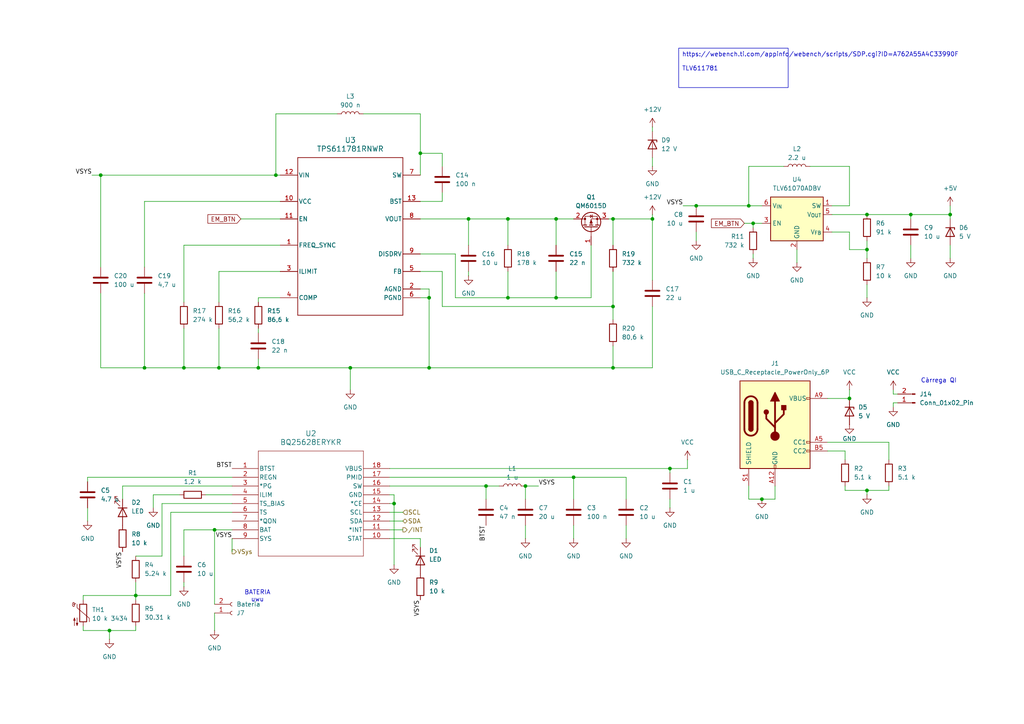
<source format=kicad_sch>
(kicad_sch (version 20231120) (generator "eeschema") (generator_version "8.0")
  (paper "A4")
  (lib_symbols
    (symbol "BQ25628E:BQ25628ERYKR" (pin_names (offset 0.254))
      (property "Reference" "U" (at 22.86 10.16 0))
      (property "Value" "BQ25628ERYKR" (at 22.86 7.62 0))
      (symbol "BQ25628ERYKR_0_1"
        (polyline (pts (xy 7.62 -25.4) (xy 38.1 -25.4)) (stroke (width 0.127)))
        (polyline (pts (xy 7.62 5.08) (xy 7.62 -25.4)) (stroke (width 0.127)))
        (polyline (pts (xy 38.1 -25.4) (xy 38.1 5.08)) (stroke (width 0.127)))
        (polyline (pts (xy 38.1 5.08) (xy 7.62 5.08)) (stroke (width 0.127)))
        (pin power_in line (at 0 0 0) (length 7.62) (name "BTST") (number "1"))
        (pin output line (at 45.72 -20.32 180) (length 7.62) (name "STAT") (number "10"))
        (pin output line (at 45.72 -17.78 180) (length 7.62) (name "*INT") (number "11"))
        (pin bidirectional line (at 45.72 -15.24 180) (length 7.62) (name "SDA") (number "12"))
        (pin input line (at 45.72 -12.7 180) (length 7.62) (name "SCL") (number "13"))
        (pin input line (at 45.72 -10.16 180) (length 7.62) (name "*CE") (number "14"))
        (pin power_out line (at 45.72 -7.62 180) (length 7.62) (name "GND") (number "15"))
        (pin power_in line (at 45.72 -5.08 180) (length 7.62) (name "SW") (number "16"))
        (pin power_in line (at 45.72 -2.54 180) (length 7.62) (name "PMID") (number "17"))
        (pin power_in line (at 45.72 0 180) (length 7.62) (name "VBUS") (number "18"))
        (pin power_in line (at 0 -2.54 0) (length 7.62) (name "REGN") (number "2"))
        (pin unspecified line (at 0 -5.08 0) (length 7.62) (name "*PG") (number "3"))
        (pin bidirectional line (at 0 -7.62 0) (length 7.62) (name "ILIM") (number "4"))
        (pin unspecified line (at 0 -10.16 0) (length 7.62) (name "TS_BIAS") (number "5"))
        (pin input line (at 0 -12.7 0) (length 7.62) (name "TS") (number "6"))
        (pin input line (at 0 -15.24 0) (length 7.62) (name "*QON") (number "7"))
        (pin power_in line (at 0 -17.78 0) (length 7.62) (name "BAT") (number "8"))
        (pin power_in line (at 0 -20.32 0) (length 7.62) (name "SYS") (number "9"))
      )
    )
    (symbol "Connector:Conn_01x02_Pin" (pin_names (offset 1.016) hide)
      (property "Reference" "J" (at 0 2.54 0))
      (property "Value" "Conn_01x02_Pin" (at 0 -5.08 0))
      (symbol "Conn_01x02_Pin_1_1"
        (polyline (pts (xy 1.27 -2.54) (xy 0.8636 -2.54)) (stroke (width 0.1524)))
        (polyline (pts (xy 1.27 0) (xy 0.8636 0)) (stroke (width 0.1524)))
        (rectangle (start 0.8636 -2.413) (end 0 -2.667) (stroke (width 0.1524)) (fill (type outline)))
        (rectangle (start 0.8636 0.127) (end 0 -0.127) (stroke (width 0.1524)) (fill (type outline)))
        (pin passive line (at 5.08 0 180) (length 3.81) (name "Pin_1") (number "1"))
        (pin passive line (at 5.08 -2.54 180) (length 3.81) (name "Pin_2") (number "2"))
      )
    )
    (symbol "Connector:Conn_01x02_Socket" (pin_names (offset 1.016) hide)
      (property "Reference" "J" (at 0 2.54 0))
      (property "Value" "Conn_01x02_Socket" (at 0 -5.08 0))
      (symbol "Conn_01x02_Socket_1_1"
        (arc (start 0 -2.032) (mid -0.5058 -2.54) (end 0 -3.048) (stroke (width 0.1524)))
        (polyline (pts (xy -1.27 -2.54) (xy -0.508 -2.54)) (stroke (width 0.1524)))
        (polyline (pts (xy -1.27 0) (xy -0.508 0)) (stroke (width 0.1524)))
        (arc (start 0 0.508) (mid -0.5058 0) (end 0 -0.508) (stroke (width 0.1524)))
        (pin passive line (at -5.08 0 0) (length 3.81) (name "Pin_1") (number "1"))
        (pin passive line (at -5.08 -2.54 0) (length 3.81) (name "Pin_2") (number "2"))
      )
    )
    (symbol "Connector:USB_C_Receptacle_PowerOnly_6P" (pin_names (offset 1.016))
      (property "Reference" "J" (at 0 16.51 0))
      (property "Value" "USB_C_Receptacle_PowerOnly_6P" (at 0 13.97 0))
      (symbol "USB_C_Receptacle_PowerOnly_6P_0_0"
        (rectangle (start -0.254 -12.7) (end 0.254 -11.684))
        (rectangle (start 10.16 -7.366) (end 9.144 -7.874))
        (rectangle (start 10.16 -4.826) (end 9.144 -5.334))
        (rectangle (start 10.16 7.874) (end 9.144 7.366))
      )
      (symbol "USB_C_Receptacle_PowerOnly_6P_0_1"
        (rectangle (start -10.16 12.7) (end 10.16 -12.7) (stroke (width 0.254)) (fill (type background)))
        (arc (start -8.89 -1.27) (mid -6.985 -3.1667) (end -5.08 -1.27) (stroke (width 0.508)))
        (arc (start -7.62 -1.27) (mid -6.985 -1.9023) (end -6.35 -1.27) (stroke (width 0.254)))
        (arc (start -7.62 -1.27) (mid -6.985 -1.9023) (end -6.35 -1.27) (stroke (width 0.254)) (fill (type outline)))
        (rectangle (start -7.62 -1.27) (end -6.35 6.35) (stroke (width 0.254)) (fill (type outline)))
        (arc (start -6.35 6.35) (mid -6.985 6.9823) (end -7.62 6.35) (stroke (width 0.254)))
        (arc (start -6.35 6.35) (mid -6.985 6.9823) (end -7.62 6.35) (stroke (width 0.254)) (fill (type outline)))
        (arc (start -5.08 6.35) (mid -6.985 8.2467) (end -8.89 6.35) (stroke (width 0.508)))
        (circle (center -2.54 3.683) (radius 0.635) (stroke (width 0.254)) (fill (type outline)))
        (circle (center 0 -3.302) (radius 1.27) (fill (type outline)))
        (polyline (pts (xy -8.89 -1.27) (xy -8.89 6.35)) (stroke (width 0.508)))
        (polyline (pts (xy -5.08 6.35) (xy -5.08 -1.27)) (stroke (width 0.508)))
        (polyline (pts (xy 0 -3.302) (xy 0 6.858)) (stroke (width 0.508)))
        (polyline (pts (xy 0 -0.762) (xy -2.54 1.778) (xy -2.54 3.048)) (stroke (width 0.508)))
        (polyline (pts (xy 0 0.508) (xy 2.54 3.048) (xy 2.54 4.318)) (stroke (width 0.508)))
        (polyline (pts (xy -1.27 6.858) (xy 0 9.398) (xy 1.27 6.858) (xy -1.27 6.858)) (stroke (width 0.254)) (fill (type outline)))
        (rectangle (start 1.905 4.318) (end 3.175 5.588) (stroke (width 0.254)) (fill (type outline)))
      )
      (symbol "USB_C_Receptacle_PowerOnly_6P_1_1"
        (pin passive line (at 0 -17.78 90) (length 5.08) (name "GND") (number "A12"))
        (pin bidirectional line (at 15.24 -5.08 180) (length 5.08) (name "CC1") (number "A5"))
        (pin passive line (at 15.24 7.62 180) (length 5.08) (name "VBUS") (number "A9"))
        (pin passive line (at 0 -17.78 90) (length 5.08) hide (name "GND") (number "B12"))
        (pin bidirectional line (at 15.24 -7.62 180) (length 5.08) (name "CC2") (number "B5"))
        (pin passive line (at 15.24 7.62 180) (length 5.08) hide (name "VBUS") (number "B9"))
        (pin passive line (at -7.62 -17.78 90) (length 5.08) (name "SHIELD") (number "S1"))
      )
    )
    (symbol "Device:C" (pin_numbers hide) (pin_names (offset 0.254))
      (property "Reference" "C" (at 0.635 2.54 0))
      (property "Value" "C" (at 0.635 -2.54 0))
      (symbol "C_0_1"
        (polyline (pts (xy -2.032 -0.762) (xy 2.032 -0.762)) (stroke (width 0.508)))
        (polyline (pts (xy -2.032 0.762) (xy 2.032 0.762)) (stroke (width 0.508)))
      )
      (symbol "C_1_1"
        (pin passive line (at 0 3.81 270) (length 2.794) (name "~") (number "1"))
        (pin passive line (at 0 -3.81 90) (length 2.794) (name "~") (number "2"))
      )
    )
    (symbol "Device:D_Zener" (pin_numbers hide) (pin_names (offset 1.016) hide)
      (property "Reference" "D" (at 0 2.54 0))
      (property "Value" "D_Zener" (at 0 -2.54 0))
      (symbol "D_Zener_0_1"
        (polyline (pts (xy 1.27 0) (xy -1.27 0)))
        (polyline (pts (xy -1.27 -1.27) (xy -1.27 1.27) (xy -0.762 1.27)) (stroke (width 0.254)))
        (polyline (pts (xy 1.27 -1.27) (xy 1.27 1.27) (xy -1.27 0) (xy 1.27 -1.27)) (stroke (width 0.254)))
      )
      (symbol "D_Zener_1_1"
        (pin passive line (at -3.81 0 0) (length 2.54) (name "K") (number "1"))
        (pin passive line (at 3.81 0 180) (length 2.54) (name "A") (number "2"))
      )
    )
    (symbol "Device:L" (pin_numbers hide) (pin_names (offset 1.016) hide)
      (property "Reference" "L" (at -1.27 0 90))
      (property "Value" "L" (at 1.905 0 90))
      (symbol "L_0_1"
        (arc (start 0 -2.54) (mid 0.6323 -1.905) (end 0 -1.27))
        (arc (start 0 -1.27) (mid 0.6323 -0.635) (end 0 0))
        (arc (start 0 0) (mid 0.6323 0.635) (end 0 1.27))
        (arc (start 0 1.27) (mid 0.6323 1.905) (end 0 2.54))
      )
      (symbol "L_1_1"
        (pin passive line (at 0 3.81 270) (length 1.27) (name "1") (number "1"))
        (pin passive line (at 0 -3.81 90) (length 1.27) (name "2") (number "2"))
      )
    )
    (symbol "Device:LED" (pin_numbers hide) (pin_names (offset 1.016) hide)
      (property "Reference" "D" (at 0 2.54 0))
      (property "Value" "LED" (at 0 -2.54 0))
      (symbol "LED_0_1"
        (polyline (pts (xy -1.27 -1.27) (xy -1.27 1.27)) (stroke (width 0.254)))
        (polyline (pts (xy -1.27 0) (xy 1.27 0)))
        (polyline (pts (xy 1.27 -1.27) (xy 1.27 1.27) (xy -1.27 0) (xy 1.27 -1.27)) (stroke (width 0.254)))
        (polyline (pts (xy -3.048 -0.762) (xy -4.572 -2.286) (xy -3.81 -2.286) (xy -4.572 -2.286) (xy -4.572 -1.524)))
        (polyline (pts (xy -1.778 -0.762) (xy -3.302 -2.286) (xy -2.54 -2.286) (xy -3.302 -2.286) (xy -3.302 -1.524)))
      )
      (symbol "LED_1_1"
        (pin passive line (at -3.81 0 0) (length 2.54) (name "K") (number "1"))
        (pin passive line (at 3.81 0 180) (length 2.54) (name "A") (number "2"))
      )
    )
    (symbol "Device:R" (pin_numbers hide) (pin_names (offset 0))
      (property "Reference" "R" (at 2.032 0 90))
      (property "Value" "R" (at 0 0 90))
      (symbol "R_0_1"
        (rectangle (start -1.016 -2.54) (end 1.016 2.54) (stroke (width 0.254)))
      )
      (symbol "R_1_1"
        (pin passive line (at 0 3.81 270) (length 1.27) (name "~") (number "1"))
        (pin passive line (at 0 -3.81 90) (length 1.27) (name "~") (number "2"))
      )
    )
    (symbol "Device:Thermistor_NTC" (pin_numbers hide) (pin_names (offset 0))
      (property "Reference" "TH" (at -4.445 0 90))
      (property "Value" "Thermistor_NTC" (at 3.175 0 90))
      (symbol "Thermistor_NTC_0_1"
        (arc (start -3.048 2.159) (mid -3.0495 2.3143) (end -3.175 2.413))
        (arc (start -3.048 2.159) (mid -2.9736 1.9794) (end -2.794 1.905))
        (arc (start -3.048 2.794) (mid -2.9736 2.6144) (end -2.794 2.54))
        (arc (start -2.794 1.905) (mid -2.6144 1.9794) (end -2.54 2.159))
        (arc (start -2.794 2.54) (mid -2.4393 2.5587) (end -2.159 2.794))
        (arc (start -2.794 3.048) (mid -2.9736 2.9736) (end -3.048 2.794))
        (arc (start -2.54 2.794) (mid -2.6144 2.9736) (end -2.794 3.048))
        (rectangle (start -1.016 2.54) (end 1.016 -2.54) (stroke (width 0.254)))
        (polyline (pts (xy -2.54 2.159) (xy -2.54 2.794)))
        (polyline (pts (xy -1.778 2.54) (xy -1.778 1.524) (xy 1.778 -1.524) (xy 1.778 -2.54)))
        (polyline (pts (xy -2.54 -3.683) (xy -2.54 -1.397) (xy -2.794 -2.159) (xy -2.286 -2.159) (xy -2.54 -1.397) (xy -2.54 -1.651)) (fill (type outline)))
        (polyline (pts (xy -1.778 -1.397) (xy -1.778 -3.683) (xy -2.032 -2.921) (xy -1.524 -2.921) (xy -1.778 -3.683) (xy -1.778 -3.429)) (fill (type outline)))
      )
      (symbol "Thermistor_NTC_1_1"
        (pin passive line (at 0 3.81 270) (length 1.27) (name "~") (number "1"))
        (pin passive line (at 0 -3.81 90) (length 1.27) (name "~") (number "2"))
      )
    )
    (symbol "Regulator_Switching:TLV61070ADBV"
      (property "Reference" "U" (at -7.62 8.89 0))
      (property "Value" "TLV61070ADBV" (at 0 8.89 0))
      (symbol "TLV61070ADBV_0_1"
        (rectangle (start -7.62 7.62) (end 7.62 -5.08) (stroke (width 0.254)) (fill (type background)))
      )
      (symbol "TLV61070ADBV_1_1"
        (pin input line (at 10.16 5.08 180) (length 2.54) (name "SW") (number "1"))
        (pin power_in line (at 0 -7.62 90) (length 2.54) (name "GND") (number "2"))
        (pin input line (at -10.16 0 0) (length 2.54) (name "EN") (number "3"))
        (pin input line (at 10.16 -2.54 180) (length 2.54) (name "V_{FB}") (number "4"))
        (pin power_out line (at 10.16 2.54 180) (length 2.54) (name "V_{OUT}") (number "5"))
        (pin power_in line (at -10.16 5.08 0) (length 2.54) (name "V_{IN}") (number "6"))
      )
    )
    (symbol "TPS61178:TPS611781RNWR" (pin_names (offset 0.254))
      (property "Reference" "U" (at 0 2.54 0))
      (property "Value" "TPS611781RNWR" (at 0 0 0))
      (symbol "TPS611781RNWR_0_1"
        (polyline (pts (xy -15.24 -22.86) (xy 15.24 -22.86)) (stroke (width 0.2032)))
        (polyline (pts (xy -15.24 22.86) (xy -15.24 -22.86)) (stroke (width 0.2032)))
        (polyline (pts (xy 15.24 -22.86) (xy 15.24 22.86)) (stroke (width 0.2032)))
        (polyline (pts (xy 15.24 22.86) (xy -15.24 22.86)) (stroke (width 0.2032)))
        (pin input line (at -20.32 -2.54 0) (length 5.08) (name "FREQ_SYNC") (number "1"))
        (pin power_in line (at -20.32 10.16 0) (length 5.08) (name "VCC") (number "10"))
        (pin input line (at -20.32 5.08 0) (length 5.08) (name "EN") (number "11"))
        (pin power_in line (at -20.32 17.78 0) (length 5.08) (name "VIN") (number "12"))
        (pin power_in line (at 20.32 10.16 180) (length 5.08) (name "BST") (number "13"))
        (pin power_in line (at 20.32 -15.24 180) (length 5.08) (name "AGND") (number "2"))
        (pin input line (at -20.32 -10.16 0) (length 5.08) (name "ILIMIT") (number "3"))
        (pin unspecified line (at -20.32 -17.78 0) (length 5.08) (name "COMP") (number "4"))
        (pin input line (at 20.32 -10.16 180) (length 5.08) (name "FB") (number "5"))
        (pin power_in line (at 20.32 -17.78 180) (length 5.08) (name "PGND") (number "6"))
        (pin power_in line (at 20.32 17.78 180) (length 5.08) (name "SW") (number "7"))
        (pin power_in line (at 20.32 5.08 180) (length 5.08) (name "VOUT") (number "8"))
        (pin unspecified line (at 20.32 -5.08 180) (length 5.08) (name "DISDRV") (number "9"))
      )
    )
    (symbol "Transistor_FET:QM6015D" (pin_names hide)
      (property "Reference" "Q" (at 5.08 1.905 0))
      (property "Value" "QM6015D" (at 5.08 0 0))
      (symbol "QM6015D_0_1"
        (polyline (pts (xy 0.254 0) (xy -2.54 0)))
        (polyline (pts (xy 0.254 1.905) (xy 0.254 -1.905)) (stroke (width 0.254)))
        (polyline (pts (xy 0.762 -1.27) (xy 0.762 -2.286)) (stroke (width 0.254)))
        (polyline (pts (xy 0.762 0.508) (xy 0.762 -0.508)) (stroke (width 0.254)))
        (polyline (pts (xy 0.762 2.286) (xy 0.762 1.27)) (stroke (width 0.254)))
        (polyline (pts (xy 2.54 2.54) (xy 2.54 1.778)))
        (polyline (pts (xy 2.54 -2.54) (xy 2.54 0) (xy 0.762 0)))
        (polyline (pts (xy 0.762 1.778) (xy 3.302 1.778) (xy 3.302 -1.778) (xy 0.762 -1.778)))
        (polyline (pts (xy 2.286 0) (xy 1.27 0.381) (xy 1.27 -0.381) (xy 2.286 0)) (fill (type outline)))
        (polyline (pts (xy 2.794 -0.508) (xy 2.921 -0.381) (xy 3.683 -0.381) (xy 3.81 -0.254)))
        (polyline (pts (xy 3.302 -0.381) (xy 2.921 0.254) (xy 3.683 0.254) (xy 3.302 -0.381)))
        (circle (center 1.651 0) (radius 2.794) (stroke (width 0.254)))
        (circle (center 2.54 -1.778) (radius 0.254) (fill (type outline)))
        (circle (center 2.54 1.778) (radius 0.254) (fill (type outline)))
      )
      (symbol "QM6015D_1_1"
        (pin passive line (at -5.08 0 0) (length 2.54) (name "G") (number "1"))
        (pin passive line (at 2.54 5.08 270) (length 2.54) (name "D") (number "2"))
        (pin passive line (at 2.54 -5.08 90) (length 2.54) (name "S") (number "3"))
      )
    )
    (symbol "power:+12V" (power) (pin_numbers hide) (pin_names (offset 0) hide)
      (property "Value" "+12V" (at 0 3.556 0))
      (symbol "+12V_0_1"
        (polyline (pts (xy -0.762 1.27) (xy 0 2.54)))
        (polyline (pts (xy 0 0) (xy 0 2.54)))
        (polyline (pts (xy 0 2.54) (xy 0.762 1.27)))
      )
      (symbol "+12V_1_1"
        (pin power_in line (at 0 0 90) (length 0) (name "~") (number "1"))
      )
    )
    (symbol "power:+5V" (power) (pin_numbers hide) (pin_names (offset 0) hide)
      (property "Value" "+5V" (at 0 3.556 0))
      (symbol "+5V_0_1"
        (polyline (pts (xy -0.762 1.27) (xy 0 2.54)))
        (polyline (pts (xy 0 0) (xy 0 2.54)))
        (polyline (pts (xy 0 2.54) (xy 0.762 1.27)))
      )
      (symbol "+5V_1_1"
        (pin power_in line (at 0 0 90) (length 0) (name "~") (number "1"))
      )
    )
    (symbol "power:GND" (power) (pin_numbers hide) (pin_names (offset 0) hide)
      (property "Value" "GND" (at 0 -3.81 0))
      (symbol "GND_0_1"
        (polyline (pts (xy 0 0) (xy 0 -1.27) (xy 1.27 -1.27) (xy 0 -2.54) (xy -1.27 -1.27) (xy 0 -1.27)))
      )
      (symbol "GND_1_1"
        (pin power_in line (at 0 0 270) (length 0) (name "~") (number "1"))
      )
    )
    (symbol "power:VCC" (power) (pin_numbers hide) (pin_names (offset 0) hide)
      (property "Value" "VCC" (at 0 3.556 0))
      (symbol "VCC_0_1"
        (polyline (pts (xy -0.762 1.27) (xy 0 2.54)))
        (polyline (pts (xy 0 0) (xy 0 2.54)))
        (polyline (pts (xy 0 2.54) (xy 0.762 1.27)))
      )
      (symbol "VCC_1_1"
        (pin power_in line (at 0 0 90) (length 0) (name "~") (number "1"))
      )
    )
  )
  (junction (at 147.32 86.36))
  (junction (at 41.91 106.68))
  (junction (at 189.23 63.5))
  (junction (at 177.8 63.5))
  (junction (at 251.46 72.39))
  (junction (at 29.21 50.8))
  (junction (at 63.5 106.68))
  (junction (at 74.93 106.68))
  (junction (at 177.8 88.9))
  (junction (at 264.16 62.23))
  (junction (at 177.8 106.68))
  (junction (at 114.3 146.05))
  (junction (at 218.44 64.77))
  (junction (at 39.37 172.72))
  (junction (at 275.59 62.23))
  (junction (at 166.37 138.43))
  (junction (at 140.97 140.97))
  (junction (at 220.98 144.78))
  (junction (at 161.29 63.5))
  (junction (at 251.46 142.24))
  (junction (at 31.75 182.88))
  (junction (at 101.6 106.68))
  (junction (at 147.32 63.5))
  (junction (at 161.29 86.36))
  (junction (at 53.34 106.68))
  (junction (at 246.38 115.57))
  (junction (at 80.01 50.8))
  (junction (at 152.4 140.97))
  (junction (at 217.17 59.69))
  (junction (at 124.46 86.36))
  (junction (at 124.46 106.68))
  (junction (at 251.46 62.23))
  (junction (at 135.89 63.5))
  (junction (at 194.31 135.89))
  (junction (at 62.23 153.67))
  (junction (at 121.92 44.45))
  (junction (at 201.93 59.69))
  (wire (pts (xy 257.81 128.27) (xy 257.81 133.35)))
  (wire (pts (xy 81.28 78.74) (xy 63.5 78.74)))
  (wire (pts (xy 114.3 146.05) (xy 114.3 143.51)))
  (wire (pts (xy 251.46 62.23) (xy 264.16 62.23)))
  (wire (pts (xy 53.34 95.25) (xy 53.34 106.68)))
  (wire (pts (xy 113.03 135.89) (xy 194.31 135.89)))
  (wire (pts (xy 275.59 59.69) (xy 275.59 62.23)))
  (wire (pts (xy 69.85 63.5) (xy 81.28 63.5)))
  (wire (pts (xy 128.27 55.88) (xy 128.27 58.42)))
  (wire (pts (xy 218.44 64.77) (xy 220.98 64.77)))
  (wire (pts (xy 101.6 106.68) (xy 124.46 106.68)))
  (wire (pts (xy 246.38 48.26) (xy 234.95 48.26)))
  (wire (pts (xy 41.91 85.09) (xy 41.91 106.68)))
  (wire (pts (xy 189.23 36.83) (xy 189.23 38.1)))
  (wire (pts (xy 161.29 63.5) (xy 166.37 63.5)))
  (wire (pts (xy 121.92 83.82) (xy 124.46 83.82)))
  (wire (pts (xy 156.21 140.97) (xy 152.4 140.97)))
  (wire (pts (xy 152.4 156.21) (xy 152.4 152.4)))
  (wire (pts (xy 135.89 63.5) (xy 135.89 71.12)))
  (wire (pts (xy 128.27 78.74) (xy 128.27 88.9)))
  (wire (pts (xy 80.01 50.8) (xy 80.01 33.02)))
  (wire (pts (xy 124.46 86.36) (xy 124.46 106.68)))
  (wire (pts (xy 240.03 115.57) (xy 246.38 115.57)))
  (wire (pts (xy 124.46 83.82) (xy 124.46 86.36)))
  (wire (pts (xy 217.17 59.69) (xy 220.98 59.69)))
  (wire (pts (xy 44.45 143.51) (xy 44.45 147.32)))
  (wire (pts (xy 241.3 67.31) (xy 246.38 67.31)))
  (wire (pts (xy 245.11 142.24) (xy 251.46 142.24)))
  (wire (pts (xy 189.23 81.28) (xy 189.23 63.5)))
  (wire (pts (xy 147.32 86.36) (xy 161.29 86.36)))
  (wire (pts (xy 217.17 140.97) (xy 217.17 144.78)))
  (wire (pts (xy 81.28 86.36) (xy 74.93 86.36)))
  (wire (pts (xy 199.39 135.89) (xy 199.39 133.35)))
  (wire (pts (xy 121.92 73.66) (xy 132.08 73.66)))
  (wire (pts (xy 128.27 78.74) (xy 121.92 78.74)))
  (wire (pts (xy 201.93 59.69) (xy 217.17 59.69)))
  (wire (pts (xy 245.11 130.81) (xy 245.11 133.35)))
  (wire (pts (xy 259.08 118.11) (xy 259.08 116.84)))
  (wire (pts (xy 124.46 106.68) (xy 177.8 106.68)))
  (wire (pts (xy 241.3 62.23) (xy 251.46 62.23)))
  (wire (pts (xy 46.99 161.29) (xy 39.37 161.29)))
  (wire (pts (xy 39.37 182.88) (xy 39.37 181.61)))
  (wire (pts (xy 124.46 86.36) (xy 121.92 86.36)))
  (wire (pts (xy 128.27 88.9) (xy 177.8 88.9)))
  (wire (pts (xy 81.28 71.12) (xy 53.34 71.12)))
  (wire (pts (xy 245.11 142.24) (xy 245.11 140.97)))
  (wire (pts (xy 201.93 67.31) (xy 201.93 69.85)))
  (wire (pts (xy 218.44 64.77) (xy 218.44 66.04)))
  (wire (pts (xy 181.61 152.4) (xy 181.61 156.21)))
  (wire (pts (xy 39.37 172.72) (xy 39.37 173.99)))
  (wire (pts (xy 39.37 168.91) (xy 39.37 172.72)))
  (wire (pts (xy 121.92 50.8) (xy 121.92 44.45)))
  (wire (pts (xy 171.45 71.12) (xy 171.45 86.36)))
  (wire (pts (xy 49.53 172.72) (xy 39.37 172.72)))
  (wire (pts (xy 189.23 45.72) (xy 189.23 48.26)))
  (wire (pts (xy 251.46 142.24) (xy 257.81 142.24)))
  (wire (pts (xy 257.81 142.24) (xy 257.81 140.97)))
  (wire (pts (xy 81.28 50.8) (xy 80.01 50.8)))
  (wire (pts (xy 35.56 140.97) (xy 35.56 144.78)))
  (wire (pts (xy 152.4 144.78) (xy 152.4 140.97)))
  (wire (pts (xy 189.23 63.5) (xy 177.8 63.5)))
  (wire (pts (xy 177.8 78.74) (xy 177.8 88.9)))
  (wire (pts (xy 251.46 82.55) (xy 251.46 86.36)))
  (wire (pts (xy 215.9 64.77) (xy 218.44 64.77)))
  (wire (pts (xy 259.08 114.3) (xy 260.35 114.3)))
  (wire (pts (xy 140.97 140.97) (xy 140.97 144.78)))
  (wire (pts (xy 189.23 88.9) (xy 189.23 106.68)))
  (wire (pts (xy 105.41 33.02) (xy 121.92 33.02)))
  (wire (pts (xy 166.37 138.43) (xy 181.61 138.43)))
  (wire (pts (xy 53.34 153.67) (xy 62.23 153.67)))
  (wire (pts (xy 67.31 148.59) (xy 49.53 148.59)))
  (wire (pts (xy 59.69 143.51) (xy 67.31 143.51)))
  (wire (pts (xy 246.38 59.69) (xy 241.3 59.69)))
  (wire (pts (xy 176.53 63.5) (xy 177.8 63.5)))
  (wire (pts (xy 259.08 116.84) (xy 260.35 116.84)))
  (wire (pts (xy 161.29 86.36) (xy 171.45 86.36)))
  (wire (pts (xy 53.34 71.12) (xy 53.34 87.63)))
  (wire (pts (xy 177.8 88.9) (xy 177.8 92.71)))
  (wire (pts (xy 113.03 138.43) (xy 166.37 138.43)))
  (wire (pts (xy 224.79 144.78) (xy 220.98 144.78)))
  (wire (pts (xy 74.93 106.68) (xy 101.6 106.68)))
  (wire (pts (xy 264.16 71.12) (xy 264.16 74.93)))
  (wire (pts (xy 194.31 144.78) (xy 194.31 147.32)))
  (wire (pts (xy 132.08 86.36) (xy 147.32 86.36)))
  (wire (pts (xy 80.01 33.02) (xy 97.79 33.02)))
  (wire (pts (xy 67.31 138.43) (xy 25.4 138.43)))
  (wire (pts (xy 246.38 67.31) (xy 246.38 72.39)))
  (wire (pts (xy 74.93 104.14) (xy 74.93 106.68)))
  (wire (pts (xy 144.78 140.97) (xy 140.97 140.97)))
  (wire (pts (xy 135.89 63.5) (xy 147.32 63.5)))
  (wire (pts (xy 128.27 48.26) (xy 128.27 44.45)))
  (wire (pts (xy 224.79 140.97) (xy 224.79 144.78)))
  (wire (pts (xy 113.03 151.13) (xy 116.84 151.13)))
  (wire (pts (xy 29.21 77.47) (xy 29.21 50.8)))
  (wire (pts (xy 177.8 63.5) (xy 177.8 71.12)))
  (wire (pts (xy 67.31 140.97) (xy 35.56 140.97)))
  (wire (pts (xy 113.03 148.59) (xy 116.84 148.59)))
  (wire (pts (xy 63.5 78.74) (xy 63.5 87.63)))
  (wire (pts (xy 113.03 153.67) (xy 116.84 153.67)))
  (wire (pts (xy 166.37 138.43) (xy 166.37 144.78)))
  (wire (pts (xy 181.61 138.43) (xy 181.61 144.78)))
  (wire (pts (xy 63.5 95.25) (xy 63.5 106.68)))
  (wire (pts (xy 29.21 106.68) (xy 41.91 106.68)))
  (wire (pts (xy 251.46 72.39) (xy 251.46 74.93)))
  (wire (pts (xy 177.8 100.33) (xy 177.8 106.68)))
  (wire (pts (xy 275.59 63.5) (xy 275.59 62.23)))
  (wire (pts (xy 275.59 62.23) (xy 264.16 62.23)))
  (wire (pts (xy 114.3 163.83) (xy 114.3 146.05)))
  (wire (pts (xy 62.23 177.8) (xy 62.23 182.88)))
  (wire (pts (xy 24.13 173.99) (xy 24.13 172.72)))
  (wire (pts (xy 24.13 172.72) (xy 39.37 172.72)))
  (wire (pts (xy 62.23 153.67) (xy 67.31 153.67)))
  (wire (pts (xy 218.44 74.93) (xy 218.44 73.66)))
  (wire (pts (xy 41.91 58.42) (xy 81.28 58.42)))
  (wire (pts (xy 101.6 113.03) (xy 101.6 106.68)))
  (wire (pts (xy 24.13 182.88) (xy 24.13 181.61)))
  (wire (pts (xy 121.92 44.45) (xy 121.92 33.02)))
  (wire (pts (xy 31.75 182.88) (xy 31.75 185.42)))
  (wire (pts (xy 194.31 135.89) (xy 199.39 135.89)))
  (wire (pts (xy 240.03 130.81) (xy 245.11 130.81)))
  (wire (pts (xy 41.91 106.68) (xy 53.34 106.68)))
  (wire (pts (xy 46.99 146.05) (xy 46.99 161.29)))
  (wire (pts (xy 67.31 156.21) (xy 67.31 160.02)))
  (wire (pts (xy 62.23 153.67) (xy 62.23 175.26)))
  (wire (pts (xy 74.93 86.36) (xy 74.93 87.63)))
  (wire (pts (xy 166.37 152.4) (xy 166.37 156.21)))
  (wire (pts (xy 194.31 137.16) (xy 194.31 135.89)))
  (wire (pts (xy 114.3 143.51) (xy 113.03 143.51)))
  (wire (pts (xy 128.27 44.45) (xy 121.92 44.45)))
  (wire (pts (xy 217.17 48.26) (xy 217.17 59.69)))
  (wire (pts (xy 246.38 115.57) (xy 246.38 113.03)))
  (wire (pts (xy 24.13 182.88) (xy 31.75 182.88)))
  (wire (pts (xy 259.08 113.03) (xy 259.08 114.3)))
  (wire (pts (xy 121.92 63.5) (xy 135.89 63.5)))
  (wire (pts (xy 240.03 128.27) (xy 257.81 128.27)))
  (wire (pts (xy 29.21 50.8) (xy 80.01 50.8)))
  (wire (pts (xy 147.32 63.5) (xy 161.29 63.5)))
  (wire (pts (xy 231.14 72.39) (xy 231.14 76.2)))
  (wire (pts (xy 113.03 156.21) (xy 121.92 156.21)))
  (wire (pts (xy 189.23 62.23) (xy 189.23 63.5)))
  (wire (pts (xy 147.32 63.5) (xy 147.32 71.12)))
  (wire (pts (xy 251.46 142.24) (xy 251.46 143.51)))
  (wire (pts (xy 41.91 77.47) (xy 41.91 58.42)))
  (wire (pts (xy 246.38 72.39) (xy 251.46 72.39)))
  (wire (pts (xy 217.17 144.78) (xy 220.98 144.78)))
  (wire (pts (xy 74.93 96.52) (xy 74.93 95.25)))
  (wire (pts (xy 251.46 69.85) (xy 251.46 72.39)))
  (wire (pts (xy 49.53 148.59) (xy 49.53 172.72)))
  (wire (pts (xy 132.08 73.66) (xy 132.08 86.36)))
  (wire (pts (xy 113.03 140.97) (xy 140.97 140.97)))
  (wire (pts (xy 53.34 106.68) (xy 63.5 106.68)))
  (wire (pts (xy 128.27 58.42) (xy 121.92 58.42)))
  (wire (pts (xy 264.16 63.5) (xy 264.16 62.23)))
  (wire (pts (xy 63.5 106.68) (xy 74.93 106.68)))
  (wire (pts (xy 26.67 50.8) (xy 29.21 50.8)))
  (wire (pts (xy 135.89 78.74) (xy 135.89 80.01)))
  (wire (pts (xy 161.29 78.74) (xy 161.29 86.36)))
  (wire (pts (xy 198.12 59.69) (xy 201.93 59.69)))
  (wire (pts (xy 147.32 78.74) (xy 147.32 86.36)))
  (wire (pts (xy 177.8 106.68) (xy 189.23 106.68)))
  (wire (pts (xy 67.31 146.05) (xy 46.99 146.05)))
  (wire (pts (xy 275.59 71.12) (xy 275.59 74.93)))
  (wire (pts (xy 31.75 182.88) (xy 39.37 182.88)))
  (wire (pts (xy 52.07 143.51) (xy 44.45 143.51)))
  (wire (pts (xy 161.29 71.12) (xy 161.29 63.5)))
  (wire (pts (xy 121.92 156.21) (xy 121.92 158.75)))
  (wire (pts (xy 53.34 153.67) (xy 53.34 161.29)))
  (wire (pts (xy 113.03 146.05) (xy 114.3 146.05)))
  (wire (pts (xy 29.21 85.09) (xy 29.21 106.68)))
  (wire (pts (xy 227.33 48.26) (xy 217.17 48.26)))
  (wire (pts (xy 53.34 170.18) (xy 53.34 168.91)))
  (wire (pts (xy 246.38 59.69) (xy 246.38 48.26)))
  (wire (pts (xy 25.4 147.32) (xy 25.4 151.13)))
  (wire (pts (xy 25.4 138.43) (xy 25.4 139.7)))
  (text_box "https://webench.ti.com/appinfo/webench/scripts/SDP.cgi?ID=A762A55A4C33990F\n\nTLV611781" (at 196.85 13.97 0) (size 31.75 11.43) (effects (font (size 1.27 1.27)) (justify left top)))
  (text "Càrrega QI" (at 272.288 110.49 0) (effects (font (size 1.27 1.27))))
  (text "BATERIA\nuwu" (at 74.676 172.974 0) (effects (font (size 1.27 1.27))))
  (label "VSYS" (at 198.12 59.69 180))
  (label "VSYS" (at 156.21 140.97 0))
  (label "VSYS" (at 121.92 173.99 270))
  (label "BTST" (at 140.97 152.4 270))
  (label "VSYS" (at 67.31 156.21 180))
  (label "VSYS" (at 35.56 160.02 270))
  (label "BTST" (at 67.31 135.89 180))
  (label "VSYS" (at 26.67 50.8 180))
  (global_label "EM_BTN" (shape input) (at 69.85 63.5 180) (property "Intersheetrefs" "${INTERSHEET_REFS}" (effects (hide yes))))
  (global_label "EM_BTN" (shape input) (at 215.9 64.77 180) (property "Intersheetrefs" "${INTERSHEET_REFS}" (effects (hide yes))))
  (hierarchical_label "SCL" (shape input) (at 116.84 148.59 0))
  (hierarchical_label "VSys" (shape output) (at 67.31 160.02 0))
  (hierarchical_label "SDA" (shape bidirectional) (at 116.84 151.13 0))
  (hierarchical_label "{slash}INT" (shape output) (at 116.84 153.67 0))
  (symbol (lib_id "Device:R") (at 251.46 78.74 0) (unit 1)
    (property "Reference" "R7" (at 254 77.4699 0) (effects (justify left)))
    (property "Value" "10 k" (at 254 80.0099 0) (effects (justify left)))
    (property "Footprint" "Resistor_SMD:R_0603_1608Metric" (effects (hide yes)))
    (property "Description" "Resistor" (effects (hide yes)))
  )
  (symbol (lib_id "power:GND") (at 25.4 151.13 0) (unit 1)
    (property "Reference" "#PWR07" (effects (hide yes)))
    (property "Value" "GND" (at 25.4 156.21 0))
    (property "Description" "Power symbol creates a global label with name \"GND\" , ground" (effects (hide yes)))
  )
  (symbol (lib_id "power:GND") (at 135.89 80.01 0) (unit 1)
    (property "Reference" "#PWR035" (effects (hide yes)))
    (property "Value" "GND" (at 135.89 85.09 0))
    (property "Description" "Power symbol creates a global label with name \"GND\" , ground" (effects (hide yes)))
  )
  (symbol (lib_id "power:GND") (at 259.08 118.11 0) (unit 1)
    (property "Reference" "#PWR061" (effects (hide yes)))
    (property "Value" "GND" (at 259.08 123.19 0))
    (property "Description" "Power symbol creates a global label with name \"GND\" , ground" (effects (hide yes)))
  )
  (symbol (lib_id "Device:C") (at 166.37 148.59 0) (unit 1)
    (property "Reference" "C3" (at 170.18 147.3199 0) (effects (justify left)))
    (property "Value" "100 n" (at 170.18 149.8599 0) (effects (justify left)))
    (property "Footprint" "Capacitor_SMD:C_0603_1608Metric_Pad1.08x0.95mm_HandSolder" (effects (hide yes)))
    (property "Description" "Unpolarized capacitor" (effects (hide yes)))
  )
  (symbol (lib_id "Device:R") (at 257.81 137.16 180) (unit 1)
    (property "Reference" "R3" (at 260.35 135.8899 0) (effects (justify right)))
    (property "Value" "5.1 k" (at 260.35 138.4299 0) (effects (justify right)))
    (property "Footprint" "Resistor_SMD:R_0603_1608Metric" (effects (hide yes)))
    (property "Description" "Resistor" (effects (hide yes)))
  )
  (symbol (lib_id "Device:C") (at 41.91 81.28 0) (unit 1)
    (property "Reference" "C19" (at 45.72 80.0099 0) (effects (justify left)))
    (property "Value" "4,7 u" (at 45.72 82.5499 0) (effects (justify left)))
    (property "Footprint" "Capacitor_SMD:C_0603_1608Metric_Pad1.08x0.95mm_HandSolder" (effects (hide yes)))
    (property "Description" "Unpolarized capacitor" (effects (hide yes)))
  )
  (symbol (lib_id "TPS61178:TPS611781RNWR") (at 101.6 68.58 0) (unit 1)
    (property "Reference" "U3" (at 101.6 40.64 0) (effects (font (size 1.524 1.524))))
    (property "Value" "TPS611781RNWR" (at 101.6 43.18 0) (effects (font (size 1.524 1.524))))
    (property "Footprint" "tps611781rnwr:RNW0013A" (effects (hide yes)))
    (property "Datasheet" "TPS611781RNWR" (effects (hide yes)))
  )
  (symbol (lib_id "power:GND") (at 114.3 163.83 0) (unit 1)
    (property "Reference" "#PWR06" (effects (hide yes)))
    (property "Value" "GND" (at 114.3 168.91 0))
    (property "Description" "Power symbol creates a global label with name \"GND\" , ground" (effects (hide yes)))
  )
  (symbol (lib_id "Device:LED") (at 35.56 148.59 270) (unit 1)
    (property "Reference" "D2" (at 38.1 145.7324 90) (effects (justify left)))
    (property "Value" "LED" (at 38.1 148.2724 90) (effects (justify left)))
    (property "Footprint" "Diode_SMD:D_0603_1608Metric" (effects (hide yes)))
    (property "Description" "Light emitting diode" (effects (hide yes)))
  )
  (symbol (lib_id "Device:C") (at 53.34 165.1 0) (unit 1)
    (property "Reference" "C6" (at 57.15 163.8299 0) (effects (justify left)))
    (property "Value" "10 u" (at 57.15 166.3699 0) (effects (justify left)))
    (property "Footprint" "Capacitor_SMD:C_0603_1608Metric_Pad1.08x0.95mm_HandSolder" (effects (hide yes)))
    (property "Description" "Unpolarized capacitor" (effects (hide yes)))
  )
  (symbol (lib_id "Device:D_Zener") (at 189.23 41.91 270) (unit 1)
    (property "Reference" "D9" (at 191.77 40.6399 90) (effects (justify left)))
    (property "Value" "12 V" (at 191.77 43.1799 90) (effects (justify left)))
    (property "Footprint" "Diode_SMD:D_SOD-323" (effects (hide yes)))
    (property "Description" "Zener diode" (effects (hide yes)))
  )
  (symbol (lib_id "power:+12V") (at 189.23 62.23 0) (unit 1)
    (property "Reference" "#PWR050" (effects (hide yes)))
    (property "Value" "+12V" (at 189.23 57.15 0))
    (property "Description" "Power symbol creates a global label with name \"+12V\"" (effects (hide yes)))
  )
  (symbol (lib_id "Device:R") (at 147.32 74.93 0) (unit 1)
    (property "Reference" "R18" (at 149.86 73.6599 0) (effects (justify left)))
    (property "Value" "178 k" (at 149.86 76.1999 0) (effects (justify left)))
    (property "Footprint" "Resistor_SMD:R_0603_1608Metric" (effects (hide yes)))
    (property "Description" "Resistor" (effects (hide yes)))
  )
  (symbol (lib_id "Connector:USB_C_Receptacle_PowerOnly_6P") (at 224.79 123.19 0) (unit 1)
    (property "Reference" "J1" (at 224.79 105.41 0))
    (property "Value" "USB_C_Receptacle_PowerOnly_6P" (at 224.79 107.95 0))
    (property "Footprint" "USBC_6_DEALON:USB_C_6_DEALON" (effects (hide yes)))
    (property "Datasheet" "https://www.usb.org/sites/default/files/documents/usb_type-c.zip" (effects (hide yes)))
    (property "Description" "USB Power-Only 6P Type-C Receptacle connector" (effects (hide yes)))
  )
  (symbol (lib_id "power:GND") (at 152.4 156.21 0) (unit 1)
    (property "Reference" "#PWR05" (effects (hide yes)))
    (property "Value" "GND" (at 152.4 161.29 0))
    (property "Description" "Power symbol creates a global label with name \"GND\" , ground" (effects (hide yes)))
  )
  (symbol (lib_id "Device:R") (at 55.88 143.51 90) (unit 1)
    (property "Reference" "R1" (at 55.88 137.16 90))
    (property "Value" "1,2 k" (at 55.88 139.7 90))
    (property "Footprint" "Resistor_SMD:R_0603_1608Metric" (effects (hide yes)))
    (property "Description" "Resistor" (effects (hide yes)))
  )
  (symbol (lib_id "Device:R") (at 63.5 91.44 0) (unit 1)
    (property "Reference" "R16" (at 66.04 90.1699 0) (effects (justify left)))
    (property "Value" "56,2 k" (at 66.04 92.7099 0) (effects (justify left)))
    (property "Footprint" "Resistor_SMD:R_0603_1608Metric" (effects (hide yes)))
    (property "Description" "Resistor" (effects (hide yes)))
  )
  (symbol (lib_id "Device:C") (at 74.93 100.33 0) (unit 1)
    (property "Reference" "C18" (at 78.74 99.0599 0) (effects (justify left)))
    (property "Value" "22 n" (at 78.74 101.5999 0) (effects (justify left)))
    (property "Footprint" "Capacitor_SMD:C_0603_1608Metric_Pad1.08x0.95mm_HandSolder" (effects (hide yes)))
    (property "Description" "Unpolarized capacitor" (effects (hide yes)))
  )
  (symbol (lib_id "Device:D_Zener") (at 275.59 67.31 270) (unit 1)
    (property "Reference" "D6" (at 278.13 66.0399 90) (effects (justify left)))
    (property "Value" "5 V" (at 278.13 68.5799 90) (effects (justify left)))
    (property "Footprint" "Diode_SMD:D_SOD-323" (effects (hide yes)))
    (property "Description" "Zener diode" (effects (hide yes)))
  )
  (symbol (lib_id "Device:R") (at 251.46 66.04 0) (unit 1)
    (property "Reference" "R6" (at 254 64.7699 0) (effects (justify left)))
    (property "Value" "91 k" (at 254 67.3099 0) (effects (justify left)))
    (property "Footprint" "Resistor_SMD:R_0603_1608Metric" (effects (hide yes)))
    (property "Description" "Resistor" (effects (hide yes)))
  )
  (symbol (lib_id "Regulator_Switching:TLV61070ADBV") (at 231.14 64.77 0) (unit 1)
    (property "Reference" "U4" (at 231.14 52.07 0))
    (property "Value" "TLV61070ADBV" (at 231.14 54.61 0))
    (property "Footprint" "Package_TO_SOT_SMD:SOT-23-6" (effects (hide yes)))
    (property "Datasheet" "https://www.ti.com/lit/ds/symlink/tlv61070a.pdf" (effects (hide yes)))
    (property "Description" "Boost Converter, 2.5A switch current limit, 2.2-5.5V Output Voltage, 0.5-5.5V Input Voltage, SOT-23-6" (effects (hide yes)))
  )
  (symbol (lib_id "power:+5V") (at 275.59 59.69 0) (unit 1)
    (property "Reference" "#PWR019" (effects (hide yes)))
    (property "Value" "+5V" (at 275.59 54.61 0))
    (property "Description" "Power symbol creates a global label with name \"+5V\"" (effects (hide yes)))
  )
  (symbol (lib_id "Device:R") (at 53.34 91.44 0) (unit 1)
    (property "Reference" "R17" (at 55.88 90.1699 0) (effects (justify left)))
    (property "Value" "274 k" (at 55.88 92.7099 0) (effects (justify left)))
    (property "Footprint" "Resistor_SMD:R_0603_1608Metric" (effects (hide yes)))
    (property "Description" "Resistor" (effects (hide yes)))
  )
  (symbol (lib_id "power:+12V") (at 189.23 36.83 0) (unit 1)
    (property "Reference" "#PWR069" (effects (hide yes)))
    (property "Value" "+12V" (at 189.23 31.75 0))
    (property "Description" "Power symbol creates a global label with name \"+12V\"" (effects (hide yes)))
  )
  (symbol (lib_id "power:GND") (at 218.44 74.93 0) (unit 1)
    (property "Reference" "#PWR022" (effects (hide yes)))
    (property "Value" "GND" (at 218.44 80.01 0))
    (property "Description" "Power symbol creates a global label with name \"GND\" , ground" (effects (hide yes)))
  )
  (symbol (lib_id "Device:C") (at 152.4 148.59 0) (unit 1)
    (property "Reference" "C7" (at 156.21 147.3199 0) (effects (justify left)))
    (property "Value" "20 u" (at 156.21 149.8599 0) (effects (justify left)))
    (property "Footprint" "Capacitor_SMD:C_0603_1608Metric_Pad1.08x0.95mm_HandSolder" (effects (hide yes)))
    (property "Description" "Unpolarized capacitor" (effects (hide yes)))
  )
  (symbol (lib_id "Device:C") (at 29.21 81.28 0) (unit 1)
    (property "Reference" "C20" (at 33.02 80.0099 0) (effects (justify left)))
    (property "Value" "100 u" (at 33.02 82.5499 0) (effects (justify left)))
    (property "Footprint" "Capacitor_SMD:C_0603_1608Metric_Pad1.08x0.95mm_HandSolder" (effects (hide yes)))
    (property "Description" "Unpolarized capacitor" (effects (hide yes)))
  )
  (symbol (lib_id "power:GND") (at 231.14 76.2 0) (unit 1)
    (property "Reference" "#PWR015" (effects (hide yes)))
    (property "Value" "GND" (at 231.14 81.28 0))
    (property "Description" "Power symbol creates a global label with name \"GND\" , ground" (effects (hide yes)))
  )
  (symbol (lib_id "Transistor_FET:QM6015D") (at 171.45 66.04 90) (unit 1)
    (property "Reference" "Q1" (at 171.45 57.15 90))
    (property "Value" "QM6015D" (at 171.45 59.69 90))
    (property "Footprint" "Package_TO_SOT_SMD:TO-252-2" (effects (hide yes)))
    (property "Datasheet" "http://www.jaolen.com/images/pdf/QM6015D.pdf" (effects (hide yes)))
    (property "Description" "-35A Id, -60V Vds, P-Channel Power MOSFET, 25mOhm Ron, 25.0nC Qg (typ), TO252" (effects (hide yes)))
  )
  (symbol (lib_id "Device:LED") (at 121.92 162.56 270) (unit 1)
    (property "Reference" "D1" (at 124.46 159.7024 90) (effects (justify left)))
    (property "Value" "LED" (at 124.46 162.2424 90) (effects (justify left)))
    (property "Footprint" "Diode_SMD:D_0603_1608Metric" (effects (hide yes)))
    (property "Description" "Light emitting diode" (effects (hide yes)))
  )
  (symbol (lib_id "Device:C") (at 201.93 63.5 0) (mirror y) (unit 1)
    (property "Reference" "C8" (at 198.12 62.2299 0) (effects (justify left)))
    (property "Value" "10 u" (at 198.12 64.7699 0) (effects (justify left)))
    (property "Footprint" "Capacitor_SMD:C_0603_1608Metric_Pad1.08x0.95mm_HandSolder" (effects (hide yes)))
    (property "Description" "Unpolarized capacitor" (effects (hide yes)))
  )
  (symbol (lib_id "Connector:Conn_01x02_Pin") (at 265.43 116.84 180) (unit 1)
    (property "Reference" "J14" (at 266.7 114.2999 0) (effects (justify right)))
    (property "Value" "Conn_01x02_Pin" (at 266.7 116.8399 0) (effects (justify right)))
    (property "Footprint" "Connector_JST:JST_PH_B2B-PH-K_1x02_P2.00mm_Vertical" (effects (hide yes)))
    (property "Description" "Generic connector, single row, 01x02, script generated" (effects (hide yes)))
  )
  (symbol (lib_id "power:GND") (at 44.45 147.32 0) (unit 1)
    (property "Reference" "#PWR04" (effects (hide yes)))
    (property "Value" "GND" (at 44.45 152.4 0))
    (property "Description" "Power symbol creates a global label with name \"GND\" , ground" (effects (hide yes)))
  )
  (symbol (lib_id "Device:R") (at 74.93 91.44 0) (unit 1)
    (property "Reference" "R15" (at 77.47 90.1699 0) (effects (justify left)))
    (property "Value" "86,6 k" (at 77.47 92.7099 0) (effects (justify left)))
    (property "Footprint" "Resistor_SMD:R_0603_1608Metric" (effects (hide yes)))
    (property "Description" "Resistor" (effects (hide yes)))
  )
  (symbol (lib_id "power:GND") (at 53.34 170.18 0) (unit 1)
    (property "Reference" "#PWR08" (effects (hide yes)))
    (property "Value" "GND" (at 53.34 175.26 0))
    (property "Description" "Power symbol creates a global label with name \"GND\" , ground" (effects (hide yes)))
  )
  (symbol (lib_id "power:VCC") (at 259.08 113.03 0) (unit 1)
    (property "Reference" "#PWR062" (effects (hide yes)))
    (property "Value" "VCC" (at 259.08 107.95 0))
    (property "Description" "Power symbol creates a global label with name \"VCC\"" (effects (hide yes)))
  )
  (symbol (lib_id "Device:R") (at 35.56 156.21 0) (unit 1)
    (property "Reference" "R8" (at 38.1 154.9399 0) (effects (justify left)))
    (property "Value" "10 k" (at 38.1 157.4799 0) (effects (justify left)))
    (property "Footprint" "Resistor_SMD:R_0603_1608Metric" (effects (hide yes)))
    (property "Description" "Resistor" (effects (hide yes)))
  )
  (symbol (lib_id "power:GND") (at 275.59 74.93 0) (unit 1)
    (property "Reference" "#PWR064" (effects (hide yes)))
    (property "Value" "GND" (at 275.59 80.01 0))
    (property "Description" "Power symbol creates a global label with name \"GND\" , ground" (effects (hide yes)))
  )
  (symbol (lib_id "Device:C") (at 181.61 148.59 0) (unit 1)
    (property "Reference" "C2" (at 185.42 147.3199 0) (effects (justify left)))
    (property "Value" "10 u" (at 185.42 149.8599 0) (effects (justify left)))
    (property "Footprint" "Capacitor_SMD:C_0603_1608Metric_Pad1.08x0.95mm_HandSolder" (effects (hide yes)))
    (property "Description" "Unpolarized capacitor" (effects (hide yes)))
  )
  (symbol (lib_id "power:GND") (at 251.46 86.36 0) (unit 1)
    (property "Reference" "#PWR018" (effects (hide yes)))
    (property "Value" "GND" (at 251.46 91.44 0))
    (property "Description" "Power symbol creates a global label with name \"GND\" , ground" (effects (hide yes)))
  )
  (symbol (lib_id "power:VCC") (at 199.39 133.35 0) (unit 1)
    (property "Reference" "#PWR014" (effects (hide yes)))
    (property "Value" "VCC" (at 199.39 128.27 0))
    (property "Description" "Power symbol creates a global label with name \"VCC\"" (effects (hide yes)))
  )
  (symbol (lib_id "Device:C") (at 135.89 74.93 0) (unit 1)
    (property "Reference" "C16" (at 139.7 73.6599 0) (effects (justify left)))
    (property "Value" "10 u" (at 139.7 76.1999 0) (effects (justify left)))
    (property "Footprint" "Capacitor_SMD:C_0603_1608Metric_Pad1.08x0.95mm_HandSolder" (effects (hide yes)))
    (property "Description" "Unpolarized capacitor" (effects (hide yes)))
  )
  (symbol (lib_id "Device:L") (at 231.14 48.26 90) (unit 1)
    (property "Reference" "L2" (at 231.14 43.18 90))
    (property "Value" "2.2 u" (at 231.14 45.72 90))
    (property "Footprint" "Inductor_SMD:L_1008_2520Metric_Pad1.43x2.20mm_HandSolder" (effects (hide yes)))
    (property "Description" "Inductor" (effects (hide yes)))
  )
  (symbol (lib_id "Device:R") (at 245.11 137.16 180) (unit 1)
    (property "Reference" "R2" (at 247.65 135.8899 0) (effects (justify right)))
    (property "Value" "5.1 k" (at 247.65 138.4299 0) (effects (justify right)))
    (property "Footprint" "Resistor_SMD:R_0603_1608Metric" (effects (hide yes)))
    (property "Description" "Resistor" (effects (hide yes)))
  )
  (symbol (lib_id "Device:L") (at 148.59 140.97 90) (unit 1)
    (property "Reference" "L1" (at 148.59 135.89 90))
    (property "Value" "1 u" (at 148.59 138.43 90))
    (property "Footprint" "Inductor_SMD:L_1008_2520Metric_Pad1.43x2.20mm_HandSolder" (effects (hide yes)))
    (property "Description" "Inductor" (effects (hide yes)))
  )
  (symbol (lib_id "Device:C") (at 194.31 140.97 180) (unit 1)
    (property "Reference" "C1" (at 198.12 139.6999 0) (effects (justify right)))
    (property "Value" "1 u" (at 198.12 142.2399 0) (effects (justify right)))
    (property "Footprint" "Capacitor_SMD:C_0603_1608Metric_Pad1.08x0.95mm_HandSolder" (effects (hide yes)))
    (property "Description" "Unpolarized capacitor" (effects (hide yes)))
  )
  (symbol (lib_id "Device:R") (at 218.44 69.85 0) (mirror y) (unit 1)
    (property "Reference" "R11" (at 215.9 68.5799 0) (effects (justify left)))
    (property "Value" "732 k" (at 215.9 71.1199 0) (effects (justify left)))
    (property "Footprint" "Resistor_SMD:R_0603_1608Metric" (effects (hide yes)))
    (property "Description" "Resistor" (effects (hide yes)))
  )
  (symbol (lib_id "Device:R") (at 121.92 170.18 0) (unit 1)
    (property "Reference" "R9" (at 124.46 168.9099 0) (effects (justify left)))
    (property "Value" "10 k" (at 124.46 171.4499 0) (effects (justify left)))
    (property "Footprint" "Resistor_SMD:R_0603_1608Metric" (effects (hide yes)))
    (property "Description" "Resistor" (effects (hide yes)))
  )
  (symbol (lib_id "Connector:Conn_01x02_Socket") (at 67.31 177.8 0) (mirror x) (unit 1)
    (property "Reference" "J7" (at 68.58 177.8001 0) (effects (justify left)))
    (property "Value" "Bateria" (at 68.58 175.2601 0) (effects (justify left)))
    (property "Footprint" "Connector_AMASS:AMASS_XT30U-M_1x02_P5.0mm_Vertical" (effects (hide yes)))
    (property "Description" "Generic connector, single row, 01x02, script generated" (effects (hide yes)))
  )
  (symbol (lib_id "power:GND") (at 220.98 144.78 0) (unit 1)
    (property "Reference" "#PWR011" (effects (hide yes)))
    (property "Value" "GND" (at 220.98 149.86 0))
    (property "Description" "Power symbol creates a global label with name \"GND\" , ground" (effects (hide yes)))
  )
  (symbol (lib_id "power:GND") (at 101.6 113.03 0) (unit 1)
    (property "Reference" "#PWR036" (effects (hide yes)))
    (property "Value" "GND" (at 101.6 118.11 0))
    (property "Description" "Power symbol creates a global label with name \"GND\" , ground" (effects (hide yes)))
  )
  (symbol (lib_id "power:VCC") (at 246.38 113.03 0) (unit 1)
    (property "Reference" "#PWR013" (effects (hide yes)))
    (property "Value" "VCC" (at 246.38 107.95 0))
    (property "Description" "Power symbol creates a global label with name \"VCC\"" (effects (hide yes)))
  )
  (symbol (lib_id "Device:Thermistor_NTC") (at 24.13 177.8 0) (unit 1)
    (property "Reference" "TH1" (at 26.67 176.8474 0) (effects (justify left)))
    (property "Value" "10 k 3434" (at 26.67 179.3874 0) (effects (justify left)))
    (property "Footprint" "Resistor_SMD:R_0603_1608Metric_Pad0.98x0.95mm_HandSolder" (effects (hide yes)))
    (property "Description" "Temperature dependent resistor, negative temperature coefficient" (effects (hide yes)))
  )
  (symbol (lib_id "Device:C") (at 25.4 143.51 0) (unit 1)
    (property "Reference" "C5" (at 29.21 142.2399 0) (effects (justify left)))
    (property "Value" "4.7 u" (at 29.21 144.7799 0) (effects (justify left)))
    (property "Footprint" "Capacitor_SMD:C_0603_1608Metric_Pad1.08x0.95mm_HandSolder" (effects (hide yes)))
    (property "Description" "Unpolarized capacitor" (effects (hide yes)))
  )
  (symbol (lib_id "Device:D_Zener") (at 246.38 119.38 270) (unit 1)
    (property "Reference" "D5" (at 248.92 118.1099 90) (effects (justify left)))
    (property "Value" "5 V" (at 248.92 120.6499 90) (effects (justify left)))
    (property "Footprint" "Diode_SMD:D_SOD-323" (effects (hide yes)))
    (property "Description" "Zener diode" (effects (hide yes)))
  )
  (symbol (lib_id "power:GND") (at 181.61 156.21 0) (unit 1)
    (property "Reference" "#PWR02" (effects (hide yes)))
    (property "Value" "GND" (at 181.61 161.29 0))
    (property "Description" "Power symbol creates a global label with name \"GND\" , ground" (effects (hide yes)))
  )
  (symbol (lib_id "power:GND") (at 194.31 147.32 0) (unit 1)
    (property "Reference" "#PWR01" (effects (hide yes)))
    (property "Value" "GND" (at 194.31 152.4 0))
    (property "Description" "Power symbol creates a global label with name \"GND\" , ground" (effects (hide yes)))
  )
  (symbol (lib_id "power:GND") (at 201.93 69.85 0) (unit 1)
    (property "Reference" "#PWR016" (effects (hide yes)))
    (property "Value" "GND" (at 201.93 74.93 0))
    (property "Description" "Power symbol creates a global label with name \"GND\" , ground" (effects (hide yes)))
  )
  (symbol (lib_id "Device:L") (at 101.6 33.02 90) (unit 1)
    (property "Reference" "L3" (at 101.6 27.94 90))
    (property "Value" "900 n" (at 101.6 30.48 90))
    (property "Footprint" "Inductor_SMD:L_1008_2520Metric_Pad1.43x2.20mm_HandSolder" (effects (hide yes)))
    (property "Description" "Inductor" (effects (hide yes)))
  )
  (symbol (lib_id "Device:C") (at 128.27 52.07 0) (unit 1)
    (property "Reference" "C14" (at 132.08 50.7999 0) (effects (justify left)))
    (property "Value" "100 n" (at 132.08 53.3399 0) (effects (justify left)))
    (property "Footprint" "Capacitor_SMD:C_0603_1608Metric_Pad1.08x0.95mm_HandSolder" (effects (hide yes)))
    (property "Description" "Unpolarized capacitor" (effects (hide yes)))
  )
  (symbol (lib_id "power:GND") (at 251.46 143.51 0) (unit 1)
    (property "Reference" "#PWR012" (effects (hide yes)))
    (property "Value" "GND" (at 251.46 148.59 0))
    (property "Description" "Power symbol creates a global label with name \"GND\" , ground" (effects (hide yes)))
  )
  (symbol (lib_id "power:GND") (at 62.23 182.88 0) (unit 1)
    (property "Reference" "#PWR09" (effects (hide yes)))
    (property "Value" "GND" (at 62.23 187.96 0))
    (property "Description" "Power symbol creates a global label with name \"GND\" , ground" (effects (hide yes)))
  )
  (symbol (lib_id "Device:R") (at 177.8 74.93 0) (unit 1)
    (property "Reference" "R19" (at 180.34 73.6599 0) (effects (justify left)))
    (property "Value" "732 k" (at 180.34 76.1999 0) (effects (justify left)))
    (property "Footprint" "Resistor_SMD:R_0603_1608Metric" (effects (hide yes)))
    (property "Description" "Resistor" (effects (hide yes)))
  )
  (symbol (lib_id "power:GND") (at 31.75 185.42 0) (unit 1)
    (property "Reference" "#PWR010" (effects (hide yes)))
    (property "Value" "GND" (at 31.75 190.5 0))
    (property "Description" "Power symbol creates a global label with name \"GND\" , ground" (effects (hide yes)))
  )
  (symbol (lib_id "Device:C") (at 140.97 148.59 0) (unit 1)
    (property "Reference" "C4" (at 144.78 147.3199 0) (effects (justify left)))
    (property "Value" "47 n" (at 144.78 149.8599 0) (effects (justify left)))
    (property "Footprint" "Capacitor_SMD:C_0603_1608Metric_Pad1.08x0.95mm_HandSolder" (effects (hide yes)))
    (property "Description" "Unpolarized capacitor" (effects (hide yes)))
  )
  (symbol (lib_id "BQ25628E:BQ25628ERYKR") (at 67.31 135.89 0) (unit 1)
    (property "Reference" "U2" (at 90.17 125.73 0) (effects (font (size 1.524 1.524))))
    (property "Value" "BQ25628ERYKR" (at 90.17 128.27 0) (effects (font (size 1.524 1.524))))
    (property "Footprint" "BQ25628E:WQFN-HR18__RYK_TEX" (effects (hide yes)))
    (property "Datasheet" "BQ25628ERYKR" (effects (hide yes)))
  )
  (symbol (lib_id "Device:C") (at 161.29 74.93 0) (unit 1)
    (property "Reference" "C15" (at 165.1 73.6599 0) (effects (justify left)))
    (property "Value" "22 n" (at 165.1 76.1999 0) (effects (justify left)))
    (property "Footprint" "Capacitor_SMD:C_0603_1608Metric_Pad1.08x0.95mm_HandSolder" (effects (hide yes)))
    (property "Description" "Unpolarized capacitor" (effects (hide yes)))
  )
  (symbol (lib_id "power:GND") (at 264.16 74.93 0) (unit 1)
    (property "Reference" "#PWR017" (effects (hide yes)))
    (property "Value" "GND" (at 264.16 80.01 0))
    (property "Description" "Power symbol creates a global label with name \"GND\" , ground" (effects (hide yes)))
  )
  (symbol (lib_id "power:GND") (at 166.37 156.21 0) (unit 1)
    (property "Reference" "#PWR03" (effects (hide yes)))
    (property "Value" "GND" (at 166.37 161.29 0))
    (property "Description" "Power symbol creates a global label with name \"GND\" , ground" (effects (hide yes)))
  )
  (symbol (lib_id "Device:R") (at 39.37 165.1 0) (unit 1)
    (property "Reference" "R4" (at 41.91 163.8299 0) (effects (justify left)))
    (property "Value" "5.24 k" (at 41.91 166.3699 0) (effects (justify left)))
    (property "Footprint" "Resistor_SMD:R_0603_1608Metric" (effects (hide yes)))
    (property "Description" "Resistor" (effects (hide yes)))
  )
  (symbol (lib_id "power:GND") (at 246.38 123.19 0) (unit 1)
    (property "Reference" "#PWR063" (effects (hide yes)))
    (property "Value" "GND" (at 246.38 127.254 0))
    (property "Description" "Power symbol creates a global label with name \"GND\" , ground" (effects (hide yes)))
  )
  (symbol (lib_id "Device:C") (at 264.16 67.31 0) (unit 1)
    (property "Reference" "C9" (at 267.97 66.0399 0) (effects (justify left)))
    (property "Value" "10 u" (at 267.97 68.5799 0) (effects (justify left)))
    (property "Footprint" "Capacitor_SMD:C_0603_1608Metric_Pad1.08x0.95mm_HandSolder" (effects (hide yes)))
    (property "Description" "Unpolarized capacitor" (effects (hide yes)))
  )
  (symbol (lib_id "power:GND") (at 189.23 48.26 0) (unit 1)
    (property "Reference" "#PWR070" (effects (hide yes)))
    (property "Value" "GND" (at 189.23 53.34 0))
    (property "Description" "Power symbol creates a global label with name \"GND\" , ground" (effects (hide yes)))
  )
  (symbol (lib_id "Device:R") (at 39.37 177.8 0) (unit 1)
    (property "Reference" "R5" (at 41.91 176.5299 0) (effects (justify left)))
    (property "Value" "30.31 k" (at 41.91 179.0699 0) (effects (justify left)))
    (property "Footprint" "Resistor_SMD:R_0603_1608Metric" (effects (hide yes)))
    (property "Description" "Resistor" (effects (hide yes)))
  )
  (symbol (lib_id "Device:C") (at 189.23 85.09 0) (unit 1)
    (property "Reference" "C17" (at 193.04 83.8199 0) (effects (justify left)))
    (property "Value" "22 u" (at 193.04 86.3599 0) (effects (justify left)))
    (property "Footprint" "Capacitor_SMD:C_0603_1608Metric_Pad1.08x0.95mm_HandSolder" (effects (hide yes)))
    (property "Description" "Unpolarized capacitor" (effects (hide yes)))
  )
  (symbol (lib_id "Device:R") (at 177.8 96.52 0) (unit 1)
    (property "Reference" "R20" (at 180.34 95.2499 0) (effects (justify left)))
    (property "Value" "80,6 k" (at 180.34 97.7899 0) (effects (justify left)))
    (property "Footprint" "Resistor_SMD:R_0603_1608Metric" (effects (hide yes)))
    (property "Description" "Resistor" (effects (hide yes)))
  )
)
</source>
